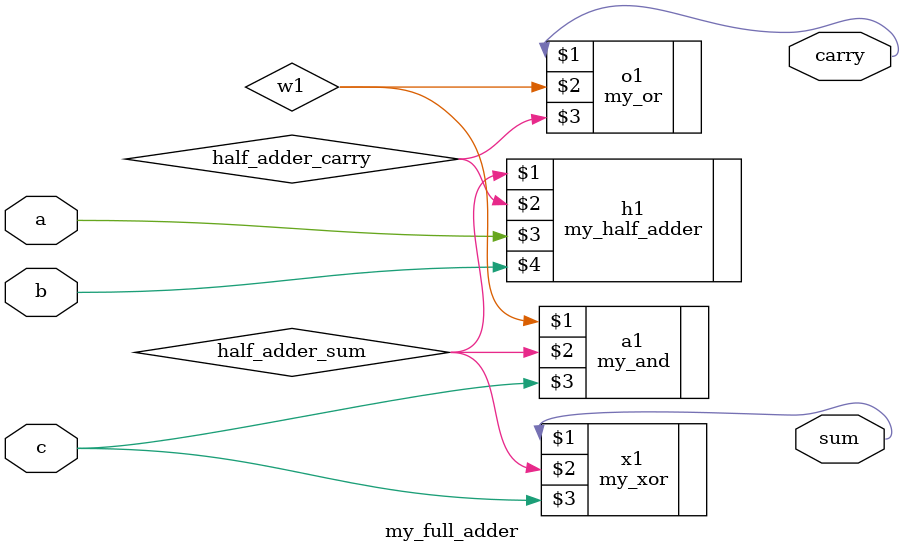
<source format=sv>
`ifndef my_half_adder
  `include "my_half_adder.sv"
`endif
`define my_full_adder 1

module my_full_adder(sum, carry, a, b, c);
  input a, b, c;
  output sum, carry;

  wire half_adder_sum, half_adder_carry, w1;

  my_half_adder h1(half_adder_sum, half_adder_carry, a, b);
  my_xor x1(sum, half_adder_sum, c);
  my_and a1(w1, half_adder_sum, c);
  my_or o1(carry, w1, half_adder_carry);
endmodule

</source>
